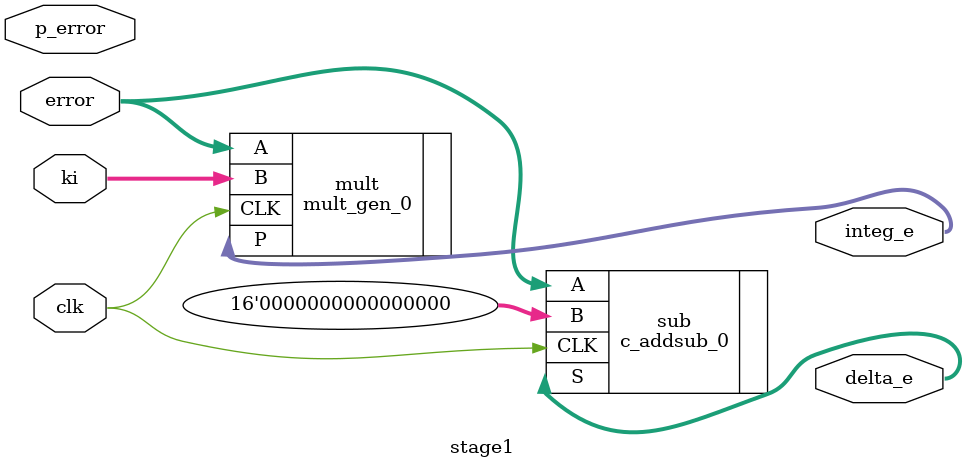
<source format=v>
`timescale 1ns / 1ps

module stage1(clk, ki, error, p_error, delta_e, integ_e);
    
    input clk;
    input [15:0] error, p_error;
    input wire signed [31:0] ki;
    output wire [15:0] delta_e;
    output wire [31:0] integ_e;
          
    c_addsub_0 sub (
      .A(error),      // input wire [16 : 0] A
      .B(16'b0),    // input wire [16 : 0] B
      .CLK(clk),      // input wire CLK
      .S(delta_e)     // output wire [16 : 0] S
    );
    
    mult_gen_0 mult (
      .CLK(clk),      // input wire CLK
      .A(error),      // input wire [15 : 0] A
      .B(ki),         // input wire [31 : 0] B
      .P(integ_e)     // output wire [47 : 0] P
    );
    
endmodule

</source>
